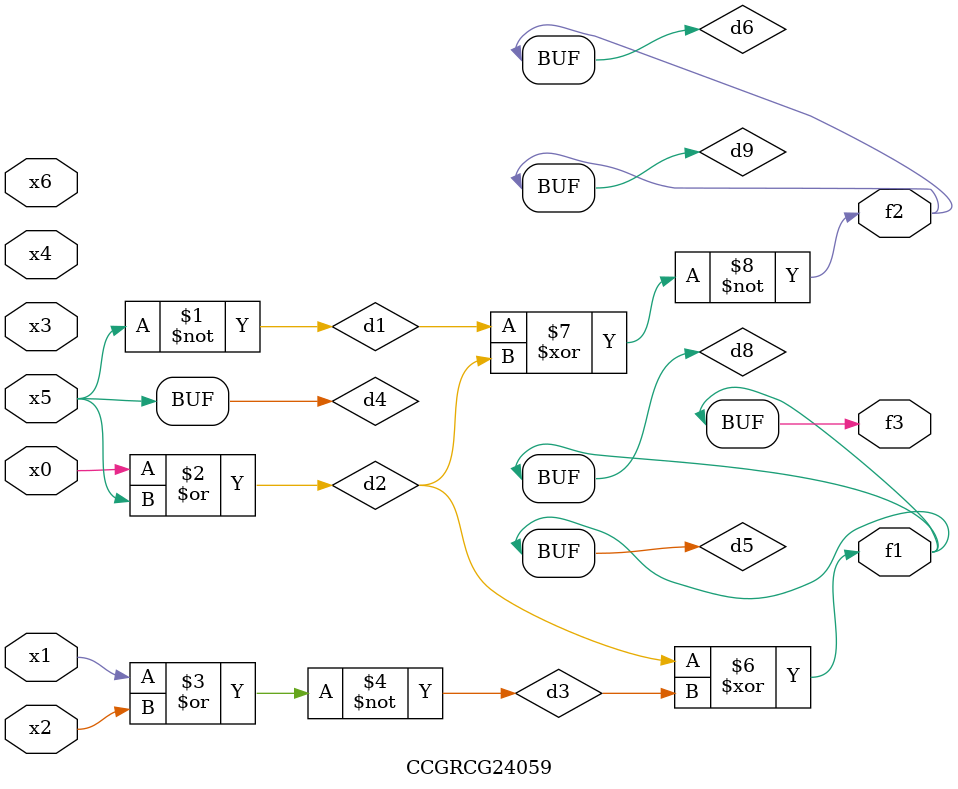
<source format=v>
module CCGRCG24059(
	input x0, x1, x2, x3, x4, x5, x6,
	output f1, f2, f3
);

	wire d1, d2, d3, d4, d5, d6, d7, d8, d9;

	nand (d1, x5);
	or (d2, x0, x5);
	nor (d3, x1, x2);
	xnor (d4, d1);
	xor (d5, d2, d3);
	xnor (d6, d1, d2);
	not (d7, x4);
	buf (d8, d5);
	xor (d9, d6);
	assign f1 = d8;
	assign f2 = d9;
	assign f3 = d8;
endmodule

</source>
